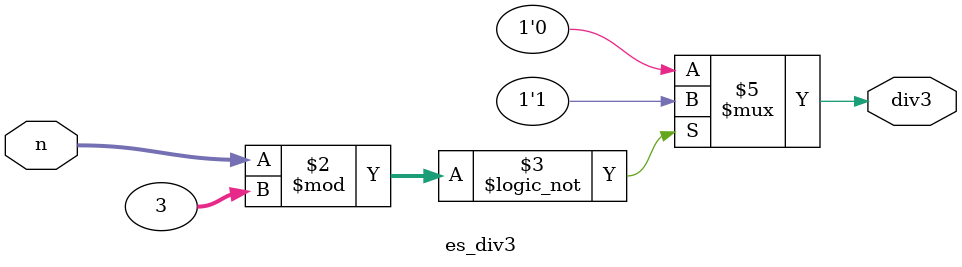
<source format=v>
module es_div3 (
  input  [4:0] n,    // Entrada de 5 bits: puede representar 0 a 31
  output reg div3  // Salida: 1 si es primo, 0 si no
);
  always @(*) begin
    // Por defecto no es primo
    if (n % 3 ==0)
        div3 = 1;
    else
        div3 = 0;
  end
endmodule
</source>
